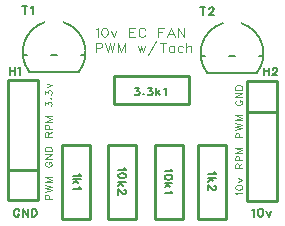
<source format=gto>
G04 Layer: TopSilkscreenLayer*
G04 EasyEDA Pro v2.2.40.8, 2025-10-31 20:07:01*
G04 Gerber Generator version 0.3*
G04 Scale: 100 percent, Rotated: No, Reflected: No*
G04 Dimensions in millimeters*
G04 Leading zeros omitted, absolute positions, 4 integers and 5 decimals*
G04 Generated by one-click*
%FSLAX45Y45*%
%MOMM*%
%ADD10C,0.12*%
%ADD11C,0.1*%
%ADD12C,0.1524*%
%ADD13C,0.254*%
%ADD14C,0.2032*%
%ADD15C,0.5197*%
G75*


G04 Text Start*
G54D10*
G01X-467182Y568802D02*
G01X-469976Y574136D01*
G01X-478358Y582518D01*
G01X-420446Y582518D01*
G01X-478358Y624174D02*
G01X-475564Y616046D01*
G01X-467182Y610458D01*
G01X-453466Y607664D01*
G01X-445338Y607664D01*
G01X-431622Y610458D01*
G01X-423240Y616046D01*
G01X-420446Y624174D01*
G01X-420446Y629762D01*
G01X-423240Y637890D01*
G01X-431622Y643478D01*
G01X-445338Y646272D01*
G01X-453466Y646272D01*
G01X-467182Y643478D01*
G01X-475564Y637890D01*
G01X-478358Y629762D01*
G01X-478358Y624174D01*
G01X-459054Y671418D02*
G01X-420446Y687928D01*
G01X-459054Y704438D02*
G01X-420446Y687928D01*
G01X-478358Y791306D02*
G01X-420446Y791306D01*
G01X-478358Y791306D02*
G01X-478358Y815944D01*
G01X-475564Y824326D01*
G01X-472770Y826866D01*
G01X-467182Y829660D01*
G01X-461848Y829660D01*
G01X-456260Y826866D01*
G01X-453466Y824326D01*
G01X-450926Y815944D01*
G01X-450926Y791306D01*
G01X-450926Y810610D02*
G01X-420446Y829660D01*
G01X-478358Y854806D02*
G01X-420446Y854806D01*
G01X-478358Y854806D02*
G01X-478358Y879698D01*
G01X-475564Y887826D01*
G01X-472770Y890620D01*
G01X-467182Y893414D01*
G01X-459054Y893414D01*
G01X-453466Y890620D01*
G01X-450926Y887826D01*
G01X-448132Y879698D01*
G01X-448132Y854806D01*
G01X-478358Y918560D02*
G01X-420446Y918560D01*
G01X-478358Y918560D02*
G01X-420446Y940658D01*
G01X-478358Y962502D02*
G01X-420446Y940658D01*
G01X-478358Y962502D02*
G01X-420446Y962502D01*
G01X-478358Y1049370D02*
G01X-420446Y1049370D01*
G01X-478358Y1049370D02*
G01X-478358Y1074008D01*
G01X-475564Y1082390D01*
G01X-472770Y1084930D01*
G01X-467182Y1087724D01*
G01X-459054Y1087724D01*
G01X-453466Y1084930D01*
G01X-450926Y1082390D01*
G01X-448132Y1074008D01*
G01X-448132Y1049370D01*
G01X-478358Y1112870D02*
G01X-420446Y1126586D01*
G01X-478358Y1140302D02*
G01X-420446Y1126586D01*
G01X-478358Y1140302D02*
G01X-420446Y1154272D01*
G01X-478358Y1167988D02*
G01X-420446Y1154272D01*
G01X-478358Y1193134D02*
G01X-420446Y1193134D01*
G01X-478358Y1193134D02*
G01X-420446Y1215232D01*
G01X-478358Y1237076D02*
G01X-420446Y1215232D01*
G01X-478358Y1237076D02*
G01X-420446Y1237076D01*
G01X-464642Y1365092D02*
G01X-469976Y1362298D01*
G01X-475564Y1356964D01*
G01X-478358Y1351376D01*
G01X-478358Y1340454D01*
G01X-475564Y1334866D01*
G01X-469976Y1329278D01*
G01X-464642Y1326738D01*
G01X-456260Y1323944D01*
G01X-442544Y1323944D01*
G01X-434416Y1326738D01*
G01X-428828Y1329278D01*
G01X-423240Y1334866D01*
G01X-420446Y1340454D01*
G01X-420446Y1351376D01*
G01X-423240Y1356964D01*
G01X-428828Y1362298D01*
G01X-434416Y1365092D01*
G01X-442544Y1365092D01*
G01X-442544Y1351376D02*
G01X-442544Y1365092D01*
G01X-478358Y1390238D02*
G01X-420446Y1390238D01*
G01X-478358Y1390238D02*
G01X-420446Y1428846D01*
G01X-478358Y1428846D02*
G01X-420446Y1428846D01*
G01X-478358Y1453992D02*
G01X-420446Y1453992D01*
G01X-478358Y1453992D02*
G01X-478358Y1473296D01*
G01X-475564Y1481424D01*
G01X-469976Y1487012D01*
G01X-464642Y1489806D01*
G01X-456260Y1492600D01*
G01X-442544Y1492600D01*
G01X-434416Y1489806D01*
G01X-428828Y1487012D01*
G01X-423240Y1481424D01*
G01X-420446Y1473296D01*
G01X-420446Y1453992D01*
G01X-2089658Y526796D02*
G01X-2031746Y526796D01*
G01X-2089658Y526796D02*
G01X-2089658Y551434D01*
G01X-2086864Y559816D01*
G01X-2084070Y562356D01*
G01X-2078482Y565150D01*
G01X-2070354Y565150D01*
G01X-2064766Y562356D01*
G01X-2062226Y559816D01*
G01X-2059432Y551434D01*
G01X-2059432Y526796D01*
G01X-2089658Y590296D02*
G01X-2031746Y604012D01*
G01X-2089658Y617728D02*
G01X-2031746Y604012D01*
G01X-2089658Y617728D02*
G01X-2031746Y631698D01*
G01X-2089658Y645414D02*
G01X-2031746Y631698D01*
G01X-2089658Y670560D02*
G01X-2031746Y670560D01*
G01X-2089658Y670560D02*
G01X-2031746Y692658D01*
G01X-2089658Y714502D02*
G01X-2031746Y692658D01*
G01X-2089658Y714502D02*
G01X-2031746Y714502D01*
G01X-2075942Y842518D02*
G01X-2081276Y839724D01*
G01X-2086864Y834390D01*
G01X-2089658Y828802D01*
G01X-2089658Y817880D01*
G01X-2086864Y812292D01*
G01X-2081276Y806704D01*
G01X-2075942Y804164D01*
G01X-2067560Y801370D01*
G01X-2053844Y801370D01*
G01X-2045716Y804164D01*
G01X-2040128Y806704D01*
G01X-2034540Y812292D01*
G01X-2031746Y817880D01*
G01X-2031746Y828802D01*
G01X-2034540Y834390D01*
G01X-2040128Y839724D01*
G01X-2045716Y842518D01*
G01X-2053844Y842518D01*
G01X-2053844Y828802D02*
G01X-2053844Y842518D01*
G01X-2089658Y867664D02*
G01X-2031746Y867664D01*
G01X-2089658Y867664D02*
G01X-2031746Y906272D01*
G01X-2089658Y906272D02*
G01X-2031746Y906272D01*
G01X-2089658Y931418D02*
G01X-2031746Y931418D01*
G01X-2089658Y931418D02*
G01X-2089658Y950722D01*
G01X-2086864Y958850D01*
G01X-2081276Y964438D01*
G01X-2075942Y967232D01*
G01X-2067560Y970026D01*
G01X-2053844Y970026D01*
G01X-2045716Y967232D01*
G01X-2040128Y964438D01*
G01X-2034540Y958850D01*
G01X-2031746Y950722D01*
G01X-2031746Y931418D01*
G01X-2089658Y1056894D02*
G01X-2031746Y1056894D01*
G01X-2089658Y1056894D02*
G01X-2089658Y1081532D01*
G01X-2086864Y1089914D01*
G01X-2084070Y1092454D01*
G01X-2078482Y1095248D01*
G01X-2073148Y1095248D01*
G01X-2067560Y1092454D01*
G01X-2064766Y1089914D01*
G01X-2062226Y1081532D01*
G01X-2062226Y1056894D01*
G01X-2062226Y1076198D02*
G01X-2031746Y1095248D01*
G01X-2089658Y1120394D02*
G01X-2031746Y1120394D01*
G01X-2089658Y1120394D02*
G01X-2089658Y1145286D01*
G01X-2086864Y1153414D01*
G01X-2084070Y1156208D01*
G01X-2078482Y1159002D01*
G01X-2070354Y1159002D01*
G01X-2064766Y1156208D01*
G01X-2062226Y1153414D01*
G01X-2059432Y1145286D01*
G01X-2059432Y1120394D01*
G01X-2089658Y1184148D02*
G01X-2031746Y1184148D01*
G01X-2089658Y1184148D02*
G01X-2031746Y1206246D01*
G01X-2089658Y1228090D02*
G01X-2031746Y1206246D01*
G01X-2089658Y1228090D02*
G01X-2031746Y1228090D01*
G01X-2089658Y1320292D02*
G01X-2089658Y1350518D01*
G01X-2067560Y1334262D01*
G01X-2067560Y1342390D01*
G01X-2064766Y1347978D01*
G01X-2062226Y1350518D01*
G01X-2053844Y1353312D01*
G01X-2048256Y1353312D01*
G01X-2040128Y1350518D01*
G01X-2034540Y1345184D01*
G01X-2031746Y1336802D01*
G01X-2031746Y1328674D01*
G01X-2034540Y1320292D01*
G01X-2037334Y1317752D01*
G01X-2042922Y1314958D01*
G01X-2045716Y1381252D02*
G01X-2042922Y1378458D01*
G01X-2040128Y1381252D01*
G01X-2042922Y1384046D01*
G01X-2045716Y1381252D01*
G01X-2089658Y1414780D02*
G01X-2089658Y1445006D01*
G01X-2067560Y1428496D01*
G01X-2067560Y1436624D01*
G01X-2064766Y1442212D01*
G01X-2062226Y1445006D01*
G01X-2053844Y1447800D01*
G01X-2048256Y1447800D01*
G01X-2040128Y1445006D01*
G01X-2034540Y1439418D01*
G01X-2031746Y1431290D01*
G01X-2031746Y1422908D01*
G01X-2034540Y1414780D01*
G01X-2037334Y1411986D01*
G01X-2042922Y1409192D01*
G01X-2070354Y1472946D02*
G01X-2031746Y1489456D01*
G01X-2070354Y1505966D02*
G01X-2031746Y1489456D01*
G54D11*
G01X-1658620Y1964896D02*
G01X-1651254Y1968706D01*
G01X-1639824Y1979882D01*
G01X-1639824Y1901142D01*
G01X-1589278Y1979882D02*
G01X-1600454Y1976072D01*
G01X-1608074Y1964896D01*
G01X-1611884Y1946100D01*
G01X-1611884Y1934924D01*
G01X-1608074Y1916128D01*
G01X-1600454Y1904952D01*
G01X-1589278Y1901142D01*
G01X-1581912Y1901142D01*
G01X-1570482Y1904952D01*
G01X-1563116Y1916128D01*
G01X-1559306Y1934924D01*
G01X-1559306Y1946100D01*
G01X-1563116Y1964896D01*
G01X-1570482Y1976072D01*
G01X-1581912Y1979882D01*
G01X-1589278Y1979882D01*
G01X-1531366Y1953720D02*
G01X-1508760Y1901142D01*
G01X-1486408Y1953720D02*
G01X-1508760Y1901142D01*
G01X-1374394Y1979882D02*
G01X-1374394Y1901142D01*
G01X-1374394Y1979882D02*
G01X-1325626Y1979882D01*
G01X-1374394Y1942290D02*
G01X-1344422Y1942290D01*
G01X-1374394Y1901142D02*
G01X-1325626Y1901142D01*
G01X-1241298Y1961086D02*
G01X-1245108Y1968706D01*
G01X-1252728Y1976072D01*
G01X-1260094Y1979882D01*
G01X-1275080Y1979882D01*
G01X-1282700Y1976072D01*
G01X-1290066Y1968706D01*
G01X-1293876Y1961086D01*
G01X-1297686Y1949910D01*
G01X-1297686Y1931114D01*
G01X-1293876Y1919938D01*
G01X-1290066Y1912318D01*
G01X-1282700Y1904952D01*
G01X-1275080Y1901142D01*
G01X-1260094Y1901142D01*
G01X-1252728Y1904952D01*
G01X-1245108Y1912318D01*
G01X-1241298Y1919938D01*
G01X-1129284Y1979882D02*
G01X-1129284Y1901142D01*
G01X-1129284Y1979882D02*
G01X-1080516Y1979882D01*
G01X-1129284Y1942290D02*
G01X-1099312Y1942290D01*
G01X-1022604Y1979882D02*
G01X-1052576Y1901142D01*
G01X-1022604Y1979882D02*
G01X-992632Y1901142D01*
G01X-1041146Y1927304D02*
G01X-1003808Y1927304D01*
G01X-964692Y1979882D02*
G01X-964692Y1901142D01*
G01X-964692Y1979882D02*
G01X-912114Y1901142D01*
G01X-912114Y1979882D02*
G01X-912114Y1901142D01*
G01X-1658620Y1849834D02*
G01X-1658620Y1771094D01*
G01X-1658620Y1849834D02*
G01X-1624838Y1849834D01*
G01X-1613662Y1846024D01*
G01X-1609852Y1842468D01*
G01X-1606296Y1834848D01*
G01X-1606296Y1823672D01*
G01X-1609852Y1816052D01*
G01X-1613662Y1812496D01*
G01X-1624838Y1808686D01*
G01X-1658620Y1808686D01*
G01X-1578356Y1849834D02*
G01X-1559560Y1771094D01*
G01X-1540764Y1849834D02*
G01X-1559560Y1771094D01*
G01X-1540764Y1849834D02*
G01X-1521968Y1771094D01*
G01X-1503172Y1849834D02*
G01X-1521968Y1771094D01*
G01X-1475232Y1849834D02*
G01X-1475232Y1771094D01*
G01X-1475232Y1849834D02*
G01X-1445260Y1771094D01*
G01X-1415288Y1849834D02*
G01X-1445260Y1771094D01*
G01X-1415288Y1849834D02*
G01X-1415288Y1771094D01*
G01X-1303274Y1823672D02*
G01X-1288288Y1771094D01*
G01X-1273302Y1823672D02*
G01X-1288288Y1771094D01*
G01X-1273302Y1823672D02*
G01X-1258316Y1771094D01*
G01X-1243330Y1823672D02*
G01X-1258316Y1771094D01*
G01X-1147826Y1864820D02*
G01X-1215390Y1744932D01*
G01X-1093470Y1849834D02*
G01X-1093470Y1771094D01*
G01X-1119886Y1849834D02*
G01X-1067308Y1849834D01*
G01X-994410Y1823672D02*
G01X-994410Y1771094D01*
G01X-994410Y1812496D02*
G01X-1001776Y1819862D01*
G01X-1009396Y1823672D01*
G01X-1020572Y1823672D01*
G01X-1027938Y1819862D01*
G01X-1035558Y1812496D01*
G01X-1039368Y1801066D01*
G01X-1039368Y1793700D01*
G01X-1035558Y1782524D01*
G01X-1027938Y1774904D01*
G01X-1020572Y1771094D01*
G01X-1009396Y1771094D01*
G01X-1001776Y1774904D01*
G01X-994410Y1782524D01*
G01X-921512Y1812496D02*
G01X-928878Y1819862D01*
G01X-936498Y1823672D01*
G01X-947674Y1823672D01*
G01X-955040Y1819862D01*
G01X-962660Y1812496D01*
G01X-966470Y1801066D01*
G01X-966470Y1793700D01*
G01X-962660Y1782524D01*
G01X-955040Y1774904D01*
G01X-947674Y1771094D01*
G01X-936498Y1771094D01*
G01X-928878Y1774904D01*
G01X-921512Y1782524D01*
G01X-893572Y1849834D02*
G01X-893572Y1771094D01*
G01X-893572Y1808686D02*
G01X-882142Y1819862D01*
G01X-874776Y1823672D01*
G01X-863600Y1823672D01*
G01X-855980Y1819862D01*
G01X-852170Y1808686D01*
G01X-852170Y1771094D01*
G54D12*
G01X-2305990Y428996D02*
G01X-2309038Y435346D01*
G01X-2315388Y441442D01*
G01X-2321484Y444490D01*
G01X-2333930Y444490D01*
G01X-2340026Y441442D01*
G01X-2346376Y435346D01*
G01X-2349424Y428996D01*
G01X-2352472Y419852D01*
G01X-2352472Y404358D01*
G01X-2349424Y394960D01*
G01X-2346376Y388864D01*
G01X-2340026Y382514D01*
G01X-2333930Y379466D01*
G01X-2321484Y379466D01*
G01X-2315388Y382514D01*
G01X-2309038Y388864D01*
G01X-2305990Y394960D01*
G01X-2305990Y404358D01*
G01X-2321484Y404358D02*
G01X-2305990Y404358D01*
G01X-2275764Y444490D02*
G01X-2275764Y379466D01*
G01X-2275764Y444490D02*
G01X-2232584Y379466D01*
G01X-2232584Y444490D02*
G01X-2232584Y379466D01*
G01X-2202358Y444490D02*
G01X-2202358Y379466D01*
G01X-2202358Y444490D02*
G01X-2180768Y444490D01*
G01X-2171624Y441442D01*
G01X-2165274Y435346D01*
G01X-2162226Y428996D01*
G01X-2159178Y419852D01*
G01X-2159178Y404358D01*
G01X-2162226Y394960D01*
G01X-2165274Y388864D01*
G01X-2171624Y382514D01*
G01X-2180768Y379466D01*
G01X-2202358Y379466D01*
G01X-333591Y432331D02*
G01X-327495Y435633D01*
G01X-318097Y444777D01*
G01X-318097Y379753D01*
G01X-269329Y444777D02*
G01X-278727Y441729D01*
G01X-284823Y432331D01*
G01X-287871Y417091D01*
G01X-287871Y407693D01*
G01X-284823Y392199D01*
G01X-278727Y382801D01*
G01X-269329Y379753D01*
G01X-263233Y379753D01*
G01X-253835Y382801D01*
G01X-247739Y392199D01*
G01X-244691Y407693D01*
G01X-244691Y417091D01*
G01X-247739Y432331D01*
G01X-253835Y441729D01*
G01X-263233Y444777D01*
G01X-269329Y444777D01*
G01X-214465Y423187D02*
G01X-195923Y379753D01*
G01X-177381Y423187D02*
G01X-195923Y379753D01*
G01X-1797812Y742442D02*
G01X-1794510Y736346D01*
G01X-1785366Y726948D01*
G01X-1850390Y726948D01*
G01X-1785366Y696722D02*
G01X-1850390Y696722D01*
G01X-1806956Y665988D02*
G01X-1837944Y696722D01*
G01X-1825498Y684530D02*
G01X-1850390Y662686D01*
G01X-1797812Y632460D02*
G01X-1794510Y626364D01*
G01X-1785366Y617220D01*
G01X-1850390Y617220D01*
G01X-654812Y754380D02*
G01X-651510Y748284D01*
G01X-642366Y738886D01*
G01X-707390Y738886D01*
G01X-642366Y708660D02*
G01X-707390Y708660D01*
G01X-663956Y677926D02*
G01X-694944Y708660D01*
G01X-682498Y696468D02*
G01X-707390Y674624D01*
G01X-657860Y641350D02*
G01X-654812Y641350D01*
G01X-648462Y638302D01*
G01X-645414Y635254D01*
G01X-642366Y629158D01*
G01X-642366Y616712D01*
G01X-645414Y610362D01*
G01X-648462Y607314D01*
G01X-654812Y604266D01*
G01X-660908Y604266D01*
G01X-667004Y607314D01*
G01X-676402Y613664D01*
G01X-707390Y644398D01*
G01X-707390Y601218D01*
G01X-1324757Y1469763D02*
G01X-1290721Y1469763D01*
G01X-1309263Y1445125D01*
G01X-1299865Y1445125D01*
G01X-1293769Y1442077D01*
G01X-1290721Y1438775D01*
G01X-1287419Y1429631D01*
G01X-1287419Y1423281D01*
G01X-1290721Y1414137D01*
G01X-1296817Y1407787D01*
G01X-1305961Y1404739D01*
G01X-1315359Y1404739D01*
G01X-1324757Y1407787D01*
G01X-1327805Y1411089D01*
G01X-1330853Y1417185D01*
G01X-1254145Y1420233D02*
G01X-1257193Y1417185D01*
G01X-1254145Y1414137D01*
G01X-1251097Y1417185D01*
G01X-1254145Y1420233D01*
G01X-1214775Y1469763D02*
G01X-1180739Y1469763D01*
G01X-1199281Y1445125D01*
G01X-1190137Y1445125D01*
G01X-1183787Y1442077D01*
G01X-1180739Y1438775D01*
G01X-1177691Y1429631D01*
G01X-1177691Y1423281D01*
G01X-1180739Y1414137D01*
G01X-1186835Y1407787D01*
G01X-1196233Y1404739D01*
G01X-1205631Y1404739D01*
G01X-1214775Y1407787D01*
G01X-1217823Y1411089D01*
G01X-1220871Y1417185D01*
G01X-1147465Y1469763D02*
G01X-1147465Y1404739D01*
G01X-1116731Y1448173D02*
G01X-1147465Y1417185D01*
G01X-1135273Y1429631D02*
G01X-1113429Y1404739D01*
G01X-1083203Y1457317D02*
G01X-1077107Y1460619D01*
G01X-1067963Y1469763D01*
G01X-1067963Y1404739D01*
G01X-1023112Y779780D02*
G01X-1019810Y773684D01*
G01X-1010666Y764286D01*
G01X-1075690Y764286D01*
G01X-1010666Y715518D02*
G01X-1013714Y724916D01*
G01X-1023112Y731012D01*
G01X-1038352Y734060D01*
G01X-1047750Y734060D01*
G01X-1063244Y731012D01*
G01X-1072642Y724916D01*
G01X-1075690Y715518D01*
G01X-1075690Y709422D01*
G01X-1072642Y700024D01*
G01X-1063244Y693928D01*
G01X-1047750Y690880D01*
G01X-1038352Y690880D01*
G01X-1023112Y693928D01*
G01X-1013714Y700024D01*
G01X-1010666Y709422D01*
G01X-1010666Y715518D01*
G01X-1010666Y660654D02*
G01X-1075690Y660654D01*
G01X-1032256Y629920D02*
G01X-1063244Y660654D01*
G01X-1050798Y648462D02*
G01X-1075690Y626618D01*
G01X-1023112Y596392D02*
G01X-1019810Y590296D01*
G01X-1010666Y581152D01*
G01X-1075690Y581152D01*
G01X-1416812Y792480D02*
G01X-1413510Y786384D01*
G01X-1404366Y776986D01*
G01X-1469390Y776986D01*
G01X-1404366Y728218D02*
G01X-1407414Y737616D01*
G01X-1416812Y743712D01*
G01X-1432052Y746760D01*
G01X-1441450Y746760D01*
G01X-1456944Y743712D01*
G01X-1466342Y737616D01*
G01X-1469390Y728218D01*
G01X-1469390Y722122D01*
G01X-1466342Y712724D01*
G01X-1456944Y706628D01*
G01X-1441450Y703580D01*
G01X-1432052Y703580D01*
G01X-1416812Y706628D01*
G01X-1407414Y712724D01*
G01X-1404366Y722122D01*
G01X-1404366Y728218D01*
G01X-1404366Y673354D02*
G01X-1469390Y673354D01*
G01X-1425956Y642620D02*
G01X-1456944Y673354D01*
G01X-1444498Y661162D02*
G01X-1469390Y639318D01*
G01X-1419860Y606044D02*
G01X-1416812Y606044D01*
G01X-1410462Y602996D01*
G01X-1407414Y599948D01*
G01X-1404366Y593852D01*
G01X-1404366Y581406D01*
G01X-1407414Y575056D01*
G01X-1410462Y572008D01*
G01X-1416812Y568960D01*
G01X-1422908Y568960D01*
G01X-1429004Y572008D01*
G01X-1438402Y578358D01*
G01X-1469390Y609092D01*
G01X-1469390Y565912D01*
G01X-2389237Y1647179D02*
G01X-2389237Y1582155D01*
G01X-2345803Y1647179D02*
G01X-2345803Y1582155D01*
G01X-2389237Y1616191D02*
G01X-2345803Y1616191D01*
G01X-2315577Y1634733D02*
G01X-2309481Y1638035D01*
G01X-2300337Y1647179D01*
G01X-2300337Y1582155D01*
G01X-239223Y1640022D02*
G01X-239223Y1574998D01*
G01X-195789Y1640022D02*
G01X-195789Y1574998D01*
G01X-239223Y1609034D02*
G01X-195789Y1609034D01*
G01X-162515Y1624528D02*
G01X-162515Y1627576D01*
G01X-159467Y1633926D01*
G01X-156419Y1636974D01*
G01X-150323Y1640022D01*
G01X-137877Y1640022D01*
G01X-131527Y1636974D01*
G01X-128479Y1633926D01*
G01X-125431Y1627576D01*
G01X-125431Y1621480D01*
G01X-128479Y1615384D01*
G01X-134829Y1605986D01*
G01X-165563Y1574998D01*
G01X-122383Y1574998D01*
G01X-2260240Y2161933D02*
G01X-2260240Y2096909D01*
G01X-2281830Y2161933D02*
G01X-2238396Y2161933D01*
G01X-2208170Y2149487D02*
G01X-2202074Y2152789D01*
G01X-2192930Y2161933D01*
G01X-2192930Y2096909D01*
G01X-753748Y2152577D02*
G01X-753748Y2087553D01*
G01X-775338Y2152577D02*
G01X-731904Y2152577D01*
G01X-698630Y2137083D02*
G01X-698630Y2140131D01*
G01X-695582Y2146481D01*
G01X-692534Y2149529D01*
G01X-686438Y2152577D01*
G01X-673992Y2152577D01*
G01X-667642Y2149529D01*
G01X-664594Y2146481D01*
G01X-661546Y2140131D01*
G01X-661546Y2134035D01*
G01X-664594Y2127939D01*
G01X-670944Y2118541D01*
G01X-701678Y2087553D01*
G01X-658498Y2087553D01*
G04 Text End*

G04 PolygonModel Start*
G54D13*
G01X-1709420Y358140D02*
G01X-1948180Y358140D01*
G01X-1948180Y358140D02*
G01X-1948180Y988060D01*
G01X-1948180Y988060D02*
G01X-1709420Y988060D01*
G01X-1709420Y988060D02*
G01X-1709420Y358140D01*
G01X-792480Y988060D02*
G01X-553720Y988060D01*
G01X-553720Y988060D02*
G01X-553720Y358140D01*
G01X-553720Y358140D02*
G01X-792480Y358140D01*
G01X-792480Y358140D02*
G01X-792480Y988060D01*
G01X-872383Y1571109D02*
G01X-872383Y1332349D01*
G01X-872383Y1332349D02*
G01X-1502303Y1332349D01*
G01X-1502303Y1332349D02*
G01X-1502303Y1571109D01*
G01X-1502303Y1571109D02*
G01X-872383Y1571109D01*
G01X-1160780Y988060D02*
G01X-922020Y988060D01*
G01X-922020Y988060D02*
G01X-922020Y358140D01*
G01X-922020Y358140D02*
G01X-1160780Y358140D01*
G01X-1160780Y358140D02*
G01X-1160780Y988060D01*
G01X-1554480Y988060D02*
G01X-1315720Y988060D01*
G01X-1315720Y988060D02*
G01X-1315720Y358140D01*
G01X-1315720Y358140D02*
G01X-1554480Y358140D01*
G01X-1554480Y358140D02*
G01X-1554480Y988060D01*
G01X-2400300Y777052D02*
G01X-2400300Y1536700D01*
G01X-2400300Y1536700D02*
G01X-2146300Y1536700D01*
G01X-2146300Y1536700D02*
G01X-2146300Y520700D01*
G01X-2146300Y520700D02*
G01X-2400300Y520700D01*
G01X-2400300Y520700D02*
G01X-2400300Y777052D01*
G01X-2400300Y777052D02*
G01X-2146300Y777052D01*
G01X-127000Y1267648D02*
G01X-127000Y508000D01*
G01X-127000Y508000D02*
G01X-381000Y508000D01*
G01X-381000Y508000D02*
G01X-381000Y1524000D01*
G01X-381000Y1524000D02*
G01X-127000Y1524000D01*
G01X-127000Y1524000D02*
G01X-127000Y1267648D01*
G01X-127000Y1267648D02*
G01X-381000Y1267648D01*
G54D14*
G01X-2222046Y1605420D02*
G02X-2091216Y2025369I209460J165099D01*
G01X-1933956Y2025359D02*
G02X-1803136Y1605420I-78630J-254841D01*
G01X-2222036Y1605420D02*
G01X-1803136Y1605420D01*
G01X-2278075Y1745119D02*
G01X-2237956Y1745119D01*
G01X-2041216Y1745119D02*
G01X-1983956Y1745119D01*
G01X-1787216Y1745119D02*
G01X-1747097Y1745119D01*
G01X-715553Y1596064D02*
G02X-584723Y2016013I209460J165099D01*
G01X-427463Y2016003D02*
G02X-296644Y1596064I-78630J-254841D01*
G01X-715543Y1596064D02*
G01X-296644Y1596064D01*
G01X-771583Y1735764D02*
G01X-731463Y1735764D01*
G01X-534723Y1735764D02*
G01X-477463Y1735764D01*
G01X-280724Y1735764D02*
G01X-240604Y1735764D01*

M02*


</source>
